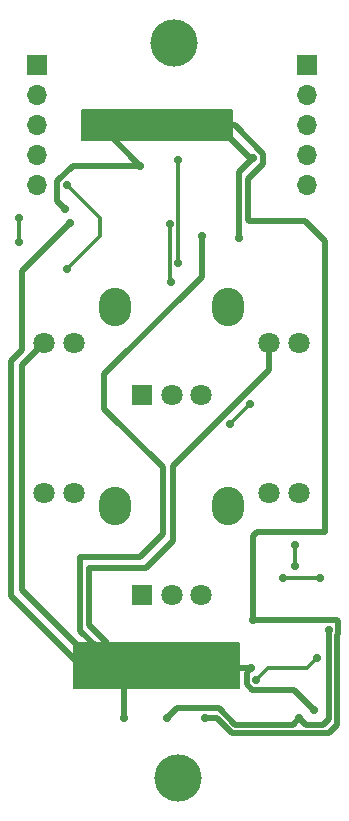
<source format=gbr>
%TF.GenerationSoftware,KiCad,Pcbnew,8.0.5*%
%TF.CreationDate,2024-11-14T15:36:57+05:30*%
%TF.ProjectId,v2ca,76326361-2e6b-4696-9361-645f70636258,rev?*%
%TF.SameCoordinates,Original*%
%TF.FileFunction,Copper,L2,Bot*%
%TF.FilePolarity,Positive*%
%FSLAX46Y46*%
G04 Gerber Fmt 4.6, Leading zero omitted, Abs format (unit mm)*
G04 Created by KiCad (PCBNEW 8.0.5) date 2024-11-14 15:36:57*
%MOMM*%
%LPD*%
G01*
G04 APERTURE LIST*
%TA.AperFunction,Conductor*%
%ADD10C,0.200000*%
%TD*%
%TA.AperFunction,ComponentPad*%
%ADD11C,1.800000*%
%TD*%
%TA.AperFunction,ComponentPad*%
%ADD12R,1.800000X1.800000*%
%TD*%
%TA.AperFunction,ComponentPad*%
%ADD13O,2.720000X3.240000*%
%TD*%
%TA.AperFunction,ComponentPad*%
%ADD14R,1.700000X1.700000*%
%TD*%
%TA.AperFunction,ComponentPad*%
%ADD15O,1.700000X1.700000*%
%TD*%
%TA.AperFunction,ViaPad*%
%ADD16C,0.700000*%
%TD*%
%TA.AperFunction,ViaPad*%
%ADD17C,4.000000*%
%TD*%
%TA.AperFunction,Conductor*%
%ADD18C,0.500000*%
%TD*%
%TA.AperFunction,Conductor*%
%ADD19C,0.300000*%
%TD*%
G04 APERTURE END LIST*
D10*
%TO.N,GND*%
X67945000Y-98425000D02*
X53975000Y-98425000D01*
X53975000Y-94615000D01*
X67945000Y-94615000D01*
X67945000Y-98425000D01*
%TA.AperFunction,Conductor*%
G36*
X67945000Y-98425000D02*
G01*
X53975000Y-98425000D01*
X53975000Y-94615000D01*
X67945000Y-94615000D01*
X67945000Y-98425000D01*
G37*
%TD.AperFunction*%
%TO.N,+5V*%
X67310000Y-52070000D02*
X54610000Y-52070000D01*
X54610000Y-49530000D01*
X67310000Y-49530000D01*
X67310000Y-52070000D01*
%TA.AperFunction,Conductor*%
G36*
X67310000Y-52070000D02*
G01*
X54610000Y-52070000D01*
X54610000Y-49530000D01*
X67310000Y-49530000D01*
X67310000Y-52070000D01*
G37*
%TD.AperFunction*%
%TD*%
D11*
%TO.P,U3,1,-*%
%TO.N,GND*%
X70485000Y-69215000D03*
%TO.P,U3,2,+*%
%TO.N,Net-(U3-+)*%
X73025000Y-69215000D03*
%TO.P,U3,3*%
%TO.N,Net-(R9-Pad1)*%
X70485000Y-81915000D03*
%TO.P,U3,4*%
%TO.N,Net-(U5B--)*%
X73025000Y-81915000D03*
%TD*%
%TO.P,U1,1,-*%
%TO.N,GND*%
X51435000Y-69215000D03*
%TO.P,U1,2,+*%
%TO.N,Net-(U1-+)*%
X53975000Y-69215000D03*
%TO.P,U1,3*%
%TO.N,Net-(R3-Pad1)*%
X51435000Y-81915000D03*
%TO.P,U1,4*%
%TO.N,Net-(U5A--)*%
X53975000Y-81915000D03*
%TD*%
D12*
%TO.P,RV2,1,1*%
%TO.N,Net-(U4B--)*%
X59730000Y-90561000D03*
D11*
%TO.P,RV2,3,3*%
%TO.N,unconnected-(RV2-Pad3)*%
X64730000Y-90561000D03*
%TO.P,RV2,2,2*%
%TO.N,Net-(R7-Pad1)*%
X62230000Y-90561000D03*
D13*
%TO.P,RV2,*%
%TO.N,*%
X67030000Y-83061000D03*
X57430000Y-83061000D03*
%TD*%
D12*
%TO.P,RV1,1,1*%
%TO.N,Net-(U4A--)*%
X59730000Y-73670000D03*
D11*
%TO.P,RV1,3,3*%
%TO.N,unconnected-(RV1-Pad3)*%
X64730000Y-73670000D03*
%TO.P,RV1,2,2*%
%TO.N,Net-(R1-Pad1)*%
X62230000Y-73670000D03*
D13*
%TO.P,RV1,*%
%TO.N,*%
X67030000Y-66170000D03*
X57430000Y-66170000D03*
%TD*%
D14*
%TO.P,OUTPUT1,1,Pin_1*%
%TO.N,V1_OUT*%
X73660000Y-45720000D03*
D15*
%TO.P,OUTPUT1,2,Pin_2*%
%TO.N,V2_OUT*%
X73660000Y-48260000D03*
%TO.P,OUTPUT1,3,Pin_3*%
%TO.N,Net-(OUTPUT1-Pin_3)*%
X73660000Y-50800000D03*
%TO.P,OUTPUT1,4,Pin_4*%
X73660000Y-53340000D03*
%TO.P,OUTPUT1,5,Pin_5*%
X73660000Y-55880000D03*
%TD*%
D14*
%TO.P,INPUT1,1,Pin_1*%
%TO.N,V1_IN*%
X50800000Y-45720000D03*
D15*
%TO.P,INPUT1,2,Pin_2*%
%TO.N,CV1_IN*%
X50800000Y-48260000D03*
%TO.P,INPUT1,3,Pin_3*%
%TO.N,V2_IN*%
X50800000Y-50800000D03*
%TO.P,INPUT1,4,Pin_4*%
%TO.N,CV2_IN*%
X50800000Y-53340000D03*
%TO.P,INPUT1,5,Pin_5*%
%TO.N,unconnected-(INPUT1-Pin_5-Pad5)*%
X50800000Y-55880000D03*
%TD*%
D14*
%TO.P,GND1,1,Pin_1*%
%TO.N,GND*%
X55880000Y-96520000D03*
D15*
%TO.P,GND1,2,Pin_2*%
X58420000Y-96520000D03*
%TO.P,GND1,3,Pin_3*%
X60960000Y-96520000D03*
%TO.P,GND1,4,Pin_4*%
X63500000Y-96520000D03*
%TO.P,GND1,5,Pin_5*%
X66040000Y-96520000D03*
%TD*%
D14*
%TO.P,5V1,1,Pin_1*%
%TO.N,+5V*%
X55880000Y-50800000D03*
D15*
%TO.P,5V1,2,Pin_2*%
X58420000Y-50800000D03*
%TO.P,5V1,3,Pin_3*%
X60960000Y-50800000D03*
%TO.P,5V1,4,Pin_4*%
X63500000Y-50800000D03*
%TO.P,5V1,5,Pin_5*%
X66040000Y-50800000D03*
%TD*%
D16*
%TO.N,+2.5V*%
X73025000Y-100965000D03*
X75500000Y-93510000D03*
%TO.N,GND*%
X58166000Y-100965000D03*
%TO.N,+5V*%
X65024000Y-100965000D03*
%TO.N,+2.5V*%
X61849000Y-100965000D03*
%TO.N,GND*%
X68961000Y-96774000D03*
X74295000Y-100330000D03*
%TO.N,+5V*%
X69088000Y-92710000D03*
X53213000Y-57912000D03*
%TO.N,GND*%
X53594000Y-59055000D03*
%TO.N,+5V*%
X59563000Y-54229000D03*
X67945000Y-60325000D03*
%TO.N,GND*%
X64770000Y-60198000D03*
%TO.N,+5V*%
X69088000Y-53594000D03*
%TO.N,Net-(U4B--)*%
X68834000Y-74422000D03*
X67183000Y-76073000D03*
%TO.N,V1_OUT*%
X74555002Y-95885000D03*
X69380000Y-97790000D03*
%TO.N,V2_OUT*%
X74803000Y-89154000D03*
X71628000Y-89154000D03*
%TO.N,Net-(R9-Pad1)*%
X72644000Y-88138000D03*
X72644000Y-86360000D03*
%TO.N,Net-(U5B--)*%
X62038000Y-59182000D03*
X62153475Y-64058475D03*
%TO.N,Net-(U4A--)*%
X62738000Y-53721000D03*
X62738000Y-62484000D03*
%TO.N,Net-(U5A--)*%
X53340000Y-62992000D03*
X53347476Y-55872524D03*
%TO.N,CV2_IN*%
X49276000Y-58674000D03*
X49276000Y-60706000D03*
D17*
%TO.N,*%
X62377580Y-43815000D03*
X62377580Y-43815000D03*
X62784908Y-106045000D03*
X62377580Y-43815000D03*
X62377580Y-43815000D03*
%TD*%
D18*
%TO.N,+2.5V*%
X73025000Y-100965000D02*
X73595000Y-101535000D01*
X74995000Y-101535000D02*
X75500000Y-101030000D01*
X73595000Y-101535000D02*
X74995000Y-101535000D01*
X75500000Y-101030000D02*
X75500000Y-93510000D01*
X73025000Y-100965000D02*
X72455000Y-101535000D01*
X72455000Y-101535000D02*
X67599950Y-101535000D01*
X67599950Y-101535000D02*
X66229950Y-100165000D01*
X66229950Y-100165000D02*
X62649000Y-100165000D01*
X62649000Y-100165000D02*
X61849000Y-100965000D01*
%TO.N,+5V*%
X65024000Y-100965000D02*
X66040000Y-100965000D01*
X76200000Y-101600000D02*
X76200000Y-93941371D01*
X66040000Y-100965000D02*
X67310000Y-102235000D01*
X67310000Y-102235000D02*
X75565000Y-102235000D01*
X76200000Y-93941371D02*
X76300000Y-93841371D01*
X76200000Y-92710000D02*
X69088000Y-92710000D01*
X75565000Y-102235000D02*
X76200000Y-101600000D01*
X76300000Y-93841371D02*
X76300000Y-92810000D01*
X76300000Y-92810000D02*
X76200000Y-92710000D01*
%TO.N,GND*%
X74295000Y-100330000D02*
X72555000Y-98590000D01*
X72555000Y-98590000D02*
X69048629Y-98590000D01*
X69048629Y-98590000D02*
X68580000Y-98121371D01*
X68580000Y-98121371D02*
X68580000Y-97155000D01*
X68580000Y-97155000D02*
X68961000Y-96774000D01*
D19*
%TO.N,V1_OUT*%
X73666002Y-96774000D02*
X70396000Y-96774000D01*
X74555002Y-95885000D02*
X73666002Y-96774000D01*
X70396000Y-96774000D02*
X69380000Y-97790000D01*
D18*
%TO.N,GND*%
X58166000Y-100965000D02*
X58166000Y-96774000D01*
X58166000Y-96774000D02*
X58420000Y-96520000D01*
X68961000Y-96774000D02*
X66294000Y-96774000D01*
X66294000Y-96774000D02*
X66040000Y-96520000D01*
%TO.N,+5V*%
X69088000Y-92710000D02*
X69088000Y-85598000D01*
X69088000Y-85598000D02*
X69469000Y-85217000D01*
X69469000Y-85217000D02*
X75184000Y-85217000D01*
X75184000Y-85217000D02*
X75184000Y-60579000D01*
X73533000Y-58928000D02*
X68834000Y-58928000D01*
X75184000Y-60579000D02*
X73533000Y-58928000D01*
X68834000Y-58928000D02*
X68707000Y-58801000D01*
X68707000Y-58801000D02*
X68707000Y-55372000D01*
X67564000Y-50800000D02*
X66040000Y-50800000D01*
X68707000Y-55372000D02*
X69977000Y-54102000D01*
X69977000Y-54102000D02*
X69977000Y-53213000D01*
X69977000Y-53213000D02*
X67564000Y-50800000D01*
%TO.N,GND*%
X70485000Y-69215000D02*
X70485000Y-71501000D01*
X70485000Y-71501000D02*
X62357000Y-79629000D01*
X60071000Y-88265000D02*
X55245000Y-88265000D01*
X62357000Y-79629000D02*
X62357000Y-85979000D01*
X62357000Y-85979000D02*
X60071000Y-88265000D01*
X55245000Y-88265000D02*
X55245000Y-93091000D01*
X55245000Y-93091000D02*
X56769000Y-94615000D01*
X56769000Y-94615000D02*
X56769000Y-95631000D01*
X56769000Y-95631000D02*
X55880000Y-96520000D01*
X53594000Y-59055000D02*
X49530000Y-63119000D01*
X49530000Y-63119000D02*
X49530000Y-69850000D01*
X49530000Y-69850000D02*
X48641000Y-70739000D01*
X48641000Y-70739000D02*
X48641000Y-90678000D01*
X48641000Y-90678000D02*
X54483000Y-96520000D01*
X54483000Y-96520000D02*
X55880000Y-96520000D01*
X51435000Y-69215000D02*
X49530000Y-71120000D01*
X49530000Y-71120000D02*
X49530000Y-90170000D01*
X49530000Y-90170000D02*
X55880000Y-96520000D01*
%TO.N,+5V*%
X59563000Y-54229000D02*
X56134000Y-50800000D01*
X56134000Y-50800000D02*
X55880000Y-50800000D01*
X69088000Y-53594000D02*
X68834000Y-53594000D01*
X68834000Y-53594000D02*
X66040000Y-50800000D01*
X56134000Y-51054000D02*
X55880000Y-50800000D01*
X52547476Y-55541153D02*
X53859629Y-54229000D01*
X53859629Y-54229000D02*
X59563000Y-54229000D01*
X53213000Y-57912000D02*
X52547476Y-57246476D01*
X52547476Y-57246476D02*
X52547476Y-55541153D01*
D19*
%TO.N,Net-(U5A--)*%
X53347476Y-55872524D02*
X56134000Y-58659048D01*
X56134000Y-58659048D02*
X56134000Y-60198000D01*
X56134000Y-60198000D02*
X53340000Y-62992000D01*
D18*
%TO.N,+5V*%
X67945000Y-60325000D02*
X67945000Y-54737000D01*
X67945000Y-54737000D02*
X69088000Y-53594000D01*
D19*
%TO.N,Net-(U4B--)*%
X67183000Y-76073000D02*
X68834000Y-74422000D01*
%TO.N,V2_OUT*%
X71628000Y-89154000D02*
X74803000Y-89154000D01*
%TO.N,Net-(R9-Pad1)*%
X72644000Y-86360000D02*
X72644000Y-88138000D01*
%TO.N,Net-(U5B--)*%
X62153475Y-64058475D02*
X62038000Y-63943000D01*
X62038000Y-63943000D02*
X62038000Y-59182000D01*
%TO.N,Net-(U4A--)*%
X62738000Y-53721000D02*
X62738000Y-62484000D01*
%TO.N,CV2_IN*%
X49276000Y-58674000D02*
X49276000Y-60706000D01*
D18*
%TO.N,GND*%
X55880000Y-94996000D02*
X55880000Y-96520000D01*
X54483000Y-93599000D02*
X55880000Y-94996000D01*
X59499500Y-87376000D02*
X54483000Y-87376000D01*
X54483000Y-87376000D02*
X54483000Y-93599000D01*
X61468000Y-85407500D02*
X59499500Y-87376000D01*
X56515000Y-74803000D02*
X61468000Y-79756000D01*
X61468000Y-79756000D02*
X61468000Y-85407500D01*
X64770000Y-60198000D02*
X64770000Y-63627000D01*
X56515000Y-71882000D02*
X56515000Y-74803000D01*
X64770000Y-63627000D02*
X56515000Y-71882000D01*
%TD*%
M02*

</source>
